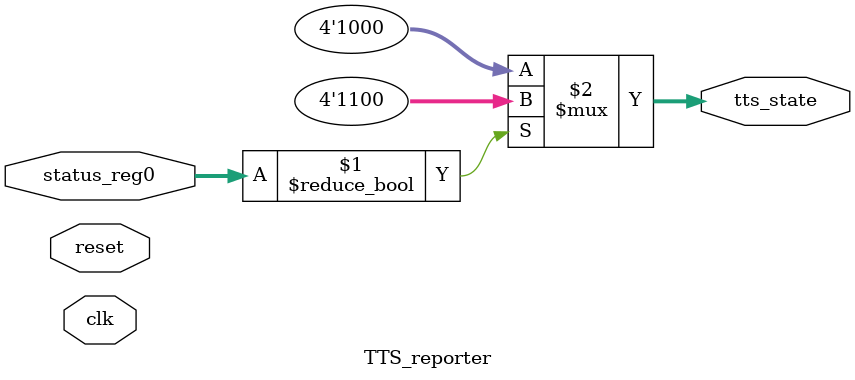
<source format=v>

module TTS_reporter (
  // user interface clock and reset
  input wire clk,
  input wire reset,

  // status registers
  input wire [31:0] status_reg0, // error

  // TTS state
  output wire [3:0] tts_state
);

  // always report a 'Ready' TTS state
  // unless an error has been detected
  assign tts_state = (status_reg0[31:0] != 32'd0) ? 4'b1100 : 4'b1000;

endmodule

</source>
